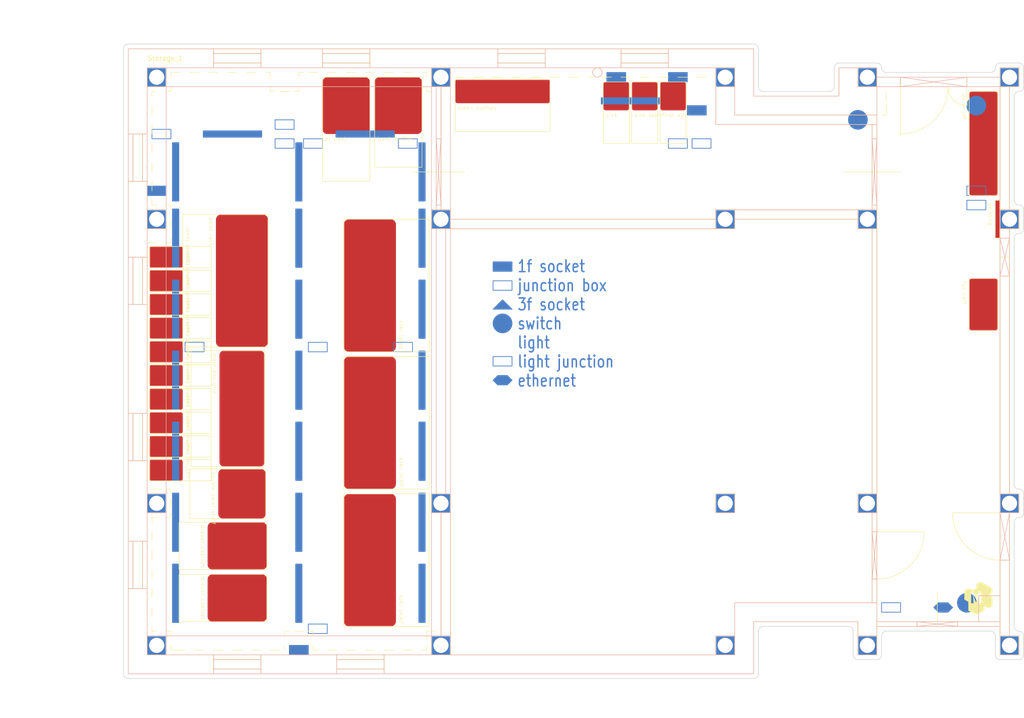
<source format=kicad_pcb>
(kicad_pcb (version 20211014) (generator pcbnew)
  (title_block (rev "5.0"))
  (layers (0 "F.Cu" signal) (1 "In1.Cu" signal "freeway.Cu") (2 "In2.Cu" signal "air.Cu") (3 "In3.Cu" signal "walls.Cu") (4 "In4.Cu" signal "vent.Cu") (31 "B.Cu" signal) (34 "B.Paste" user) (35 "F.Paste" user) (36 "B.SilkS" user "B.Silkscreen") (37 "F.SilkS" user "F.Silkscreen") (38 "B.Mask" user) (39 "F.Mask" user) (44 "Edge.Cuts" user))
  (net 0 "")
  (net 23 "Net-(L1-Pad1)")
  (footprint "-local:_s_cabinet_tower_x10__" (layer "F.Cu") (at 55.5 73.25 90)
    (fp_text reference "R19")
    (fp_text value "cabinet tower" (at 0.5 8 90 unlocked) (layer "F.SilkS") (effects (font (size 0.8 0.8) (thickness 0.08)) (justify left)))
    (pad "1" smd roundrect (at 2.25 3.5 90) (size 4.5 7) (layers "F.Cu" "F.Paste" "F.Mask") (roundrect_rratio 0.1))
  )
  (footprint "-local:_s_mate_box_grid__" (layer "F.Cu") (at 79.75 90.75 -90)
    (fp_text reference "R6")
    (fp_text value "mate box grid" (at 0.5 10.5 -90 unlocked) (layer "F.SilkS") (effects (font (size 0.8 0.8) (thickness 0.08)) (justify left)))
    (pad "1" smd roundrect (at 12.25 4.75 270) (size 24.5 9.5) (layers "F.Cu" "F.Paste" "F.Mask") (roundrect_rratio 0.1))
  )
  (footprint "-local:base_storage" (layer "F.Cu") (at 55 31)
    (fp_text reference "Storage_1" (at 0 -2 unlocked) (layer "F.SilkS") (effects (justify left)))
    (fp_text value "Storage")
    (fp_line (start 148 118) (end 130 118) (layer "Edge.Cuts") (width 0.12))
    (fp_line (start 185 120) (end 185 124) (layer "Edge.Cuts") (width 0.12))
    (fp_line (start 155 120) (end 155 124) (layer "Edge.Cuts") (width 0.12))
    (fp_line (start 154 125) (end 150 125) (layer "Edge.Cuts") (width 0.12))
    (fp_line (start 185 90) (end 185 94) (layer "Edge.Cuts") (width 0.12))
    (fp_line (start 146 -1) (end 154 -1) (layer "Edge.Cuts") (width 0.12))
    (fp_line (start 130 5) (end 144 5) (layer "Edge.Cuts") (width 0.12))
    (fp_line (start 178 119) (end 156 119) (layer "Edge.Cuts") (width 0.12))
    (fp_line (start 185 0) (end 185 4) (layer "Edge.Cuts") (width 0.12))
    (fp_line (start 184 125) (end 180 125) (layer "Edge.Cuts") (width 0.12))
    (fp_line (start 183 36) (end 183 88) (layer "Edge.Cuts") (width 0.12))
    (fp_line (start 129 119) (end 129 128) (layer "Edge.Cuts") (width 0.12))
    (fp_line (start 145 4) (end 145 0) (layer "Edge.Cuts") (width 0.12))
    (fp_line (start 128 129) (end -4 129) (layer "Edge.Cuts") (width 0.12))
    (fp_line (start 179 124) (end 179 120) (layer "Edge.Cuts") (width 0.12))
    (fp_line (start 149 124) (end 149 119) (layer "Edge.Cuts") (width 0.12))
    (fp_line (start -4 -5) (end 128 -5) (layer "Edge.Cuts") (width 0.12))
    (fp_line (start 129 -4) (end 129 4) (layer "Edge.Cuts") (width 0.12))
    (fp_line (start 180 -1) (end 184 -1) (layer "Edge.Cuts") (width 0.12))
    (fp_line (start 156 1) (end 178 1) (layer "Edge.Cuts") (width 0.12))
    (fp_line (start 183 96) (end 183 118) (layer "Edge.Cuts") (width 0.12))
    (fp_line (start 183 6) (end 183 28) (layer "Edge.Cuts") (width 0.12))
    (fp_line (start 185 30) (end 185 34) (layer "Edge.Cuts") (width 0.12))
    (fp_line (start -5 128) (end -5 -4) (layer "Edge.Cuts") (width 0.12))
    (fp_arc (start 185 4) (mid 184.707107 4.707107) (end 184 5) (layer "Edge.Cuts") (width 0.12))
    (fp_arc (start 155 120) (mid 155.292893 119.292893) (end 156 119) (layer "Edge.Cuts") (width 0.12))
    (fp_arc (start 150 125) (mid 149.292893 124.707107) (end 149 124) (layer "Edge.Cuts") (width 0.12))
    (fp_arc (start 128 -5) (mid 128.707107 -4.707107) (end 129 -4) (layer "Edge.Cuts") (width 0.12))
    (fp_arc (start 184 89) (mid 184.707107 89.292893) (end 185 90) (layer "Edge.Cuts") (width 0.12))
    (fp_arc (start 184 29) (mid 183.292893 28.707107) (end 183 28) (layer "Edge.Cuts") (width 0.12))
    (fp_arc (start 183 6) (mid 183.292893 5.292893) (end 184 5) (layer "Edge.Cuts") (width 0.12))
    (fp_arc (start 185 94) (mid 184.707107 94.707107) (end 184 95) (layer "Edge.Cuts") (width 0.12))
    (fp_arc (start 184 29) (mid 184.707107 29.292893) (end 185 30) (layer "Edge.Cuts") (width 0.12))
    (fp_arc (start 145 4) (mid 144.707107 4.707107) (end 144 5) (layer "Edge.Cuts") (width 0.12))
    (fp_arc (start 179 0) (mid 178.707107 0.707107) (end 178 1) (layer "Edge.Cuts") (width 0.12))
    (fp_arc (start 154 -1) (mid 154.707107 -0.707107) (end 155 0) (layer "Edge.Cuts") (width 0.12))
    (fp_arc (start 156 1) (mid 155.292893 0.707107) (end 155 0) (layer "Edge.Cuts") (width 0.12))
    (fp_arc (start 129 119) (mid 129.292893 118.292893) (end 130 118) (layer "Edge.Cuts") (width 0.12))
    (fp_arc (start 184 119) (mid 183.292893 118.707107) (end 183 118) (layer "Edge.Cuts") (width 0.12))
    (fp_arc (start 145 0) (mid 145.292893 -0.707107) (end 146 -1) (layer "Edge.Cuts") (width 0.12))
    (fp_arc (start 180 125) (mid 179.292893 124.707107) (end 179 124) (layer "Edge.Cuts") (width 0.12))
    (fp_arc (start 185 124) (mid 184.707107 124.707107) (end 184 125) (layer "Edge.Cuts") (width 0.12))
    (fp_arc (start 184 89) (mid 183.292893 88.707107) (end 183 88) (layer "Edge.Cuts") (width 0.12))
    (fp_arc (start 183 96) (mid 183.292893 95.292893) (end 184 95) (layer "Edge.Cuts") (width 0.12))
    (fp_arc (start 184 -1) (mid 184.707107 -0.707107) (end 185 0) (layer "Edge.Cuts") (width 0.12))
    (fp_arc (start 148 118) (mid 148.707107 118.292893) (end 149 119) (layer "Edge.Cuts") (width 0.12))
    (fp_arc (start -4 129) (mid -4.707107 128.707107) (end -5 128) (layer "Edge.Cuts") (width 0.12))
    (fp_arc (start 178 119) (mid 178.707107 119.292893) (end 179 120) (layer "Edge.Cuts") (width 0.12))
    (fp_arc (start 155 124) (mid 154.707107 124.707107) (end 154 125) (layer "Edge.Cuts") (width 0.12))
    (fp_arc (start -5 -4) (mid -4.707107 -4.707107) (end -4 -5) (layer "Edge.Cuts") (width 0.12))
    (fp_arc (start 185 34) (mid 184.707107 34.707107) (end 184 35) (layer "Edge.Cuts") (width 0.12))
    (fp_arc (start 130 5) (mid 129.292893 4.707107) (end 129 4) (layer "Edge.Cuts") (width 0.12))
    (fp_arc (start 179 0) (mid 179.292893 -0.707107) (end 180 -1) (layer "Edge.Cuts") (width 0.12))
    (fp_arc (start 183 36) (mid 183.292893 35.292893) (end 184 35) (layer "Edge.Cuts") (width 0.12))
    (fp_arc (start 129 128) (mid 128.707107 128.707107) (end 128 129) (layer "Edge.Cuts") (width 0.12))
    (fp_arc (start 184 119) (mid 184.707107 119.292893) (end 185 120) (layer "Edge.Cuts") (width 0.12))
    (pad "1" thru_hole roundrect locked (at 182 32) (size 4 4) (drill 3.2) (layers *.Mask "F.Cu" "In1.Cu" "B.Cu") (roundrect_rratio 0.05))
    (pad "1" thru_hole roundrect locked (at 152 2) (size 4 4) (drill 3.2) (layers *.Mask "F.Cu" "In1.Cu" "B.Cu") (roundrect_rratio 0.05))
    (pad "1" thru_hole roundrect locked (at 2 122) (size 4 4) (drill 3.2) (layers *.Mask "F.Cu" "In1.Cu" "B.Cu") (roundrect_rratio 0.05))
    (pad "1" thru_hole roundrect locked (at 152 92) (size 4 4) (drill 3.2) (layers *.Mask "F.Cu" "In1.Cu" "B.Cu") (roundrect_rratio 0.05))
    (pad "1" thru_hole roundrect locked (at 182 122) (size 4 4) (drill 3.2) (layers *.Mask "F.Cu" "In1.Cu" "B.Cu") (roundrect_rratio 0.05))
    (pad "1" thru_hole roundrect locked (at 2 32) (size 4 4) (drill 3.2) (layers *.Mask "F.Cu" "In1.Cu" "B.Cu") (roundrect_rratio 0.05))
    (pad "1" thru_hole roundrect locked (at 62 122) (size 4 4) (drill 3.2) (layers *.Mask "F.Cu" "In1.Cu" "B.Cu") (roundrect_rratio 0.05))
    (pad "1" thru_hole roundrect locked (at 152 122) (size 4 4) (drill 3.2) (layers *.Mask "F.Cu" "In1.Cu" "B.Cu") (roundrect_rratio 0.05))
    (pad "1" thru_hole roundrect locked (at 122 122) (size 4 4) (drill 3.2) (layers *.Mask "F.Cu" "In1.Cu" "B.Cu") (roundrect_rratio 0.05))
    (pad "1" thru_hole roundrect locked (at 182 2) (size 4 4) (drill 3.2) (layers *.Mask "F.Cu" "In1.Cu" "B.Cu") (roundrect_rratio 0.05))
    (pad "1" thru_hole roundrect locked (at 2 92) (size 4 4) (drill 3.2) (layers *.Mask "F.Cu" "In1.Cu" "B.Cu") (roundrect_rratio 0.05))
    (pad "1" thru_hole roundrect locked (at 62 2) (size 4 4) (drill 3.2) (layers *.Mask "F.Cu" "In1.Cu" "B.Cu") (roundrect_rratio 0.05))
    (pad "1" thru_hole roundrect locked (at 152 32) (size 4 4) (drill 3.2) (layers *.Mask "F.Cu" "In1.Cu" "B.Cu") (roundrect_rratio 0.05))
    (pad "1" thru_hole roundrect locked (at 122 92) (size 4 4) (drill 3.2) (layers *.Mask "F.Cu" "In1.Cu" "B.Cu") (roundrect_rratio 0.05))
    (pad "1" thru_hole roundrect locked (at 122 2) (size 4 4) (drill 3.2) (layers *.Mask "F.Cu" "In1.Cu" "B.Cu") (roundrect_rratio 0.05))
    (pad "1" thru_hole roundrect locked (at 182 92) (size 4 4) (drill 3.2) (layers *.Mask "F.Cu" "In1.Cu" "B.Cu") (roundrect_rratio 0.05))
    (pad "1" thru_hole roundrect locked (at 62 32) (size 4 4) (drill 3.2) (layers *.Mask "F.Cu" "In1.Cu" "B.Cu") (roundrect_rratio 0.05))
    (pad "1" thru_hole roundrect locked (at 62 92) (size 4 4) (drill 3.2) (layers *.Mask "F.Cu" "In1.Cu" "B.Cu") (roundrect_rratio 0.05))
    (pad "1" thru_hole roundrect locked (at 2 2) (size 4 4) (drill 3.2) (layers *.Cu *.Mask) (roundrect_rratio 0.05))
    (pad "1" thru_hole roundrect locked (at 122 32) (size 4 4) (drill 3.2) (layers *.Mask "F.Cu" "In1.Cu" "B.Cu") (roundrect_rratio 0.05))
  )
  (footprint "-local:_s_fun_cart__" (layer "F.Cu") (at 234.5 75.5 -90)
    (fp_text reference "R26")
    (fp_text value "fun cart" (at 0.5 7 -90 unlocked) (layer "F.SilkS") (effects (font (size 0.8 0.8) (thickness 0.08)) (justify left)))
    (pad "1" smd roundrect (at 5.5 3 270) (size 11 6) (layers "F.Cu" "F.Paste" "F.Mask") (roundrect_rratio 0.1))
  )
  (footprint "-local:_s_sink__" (layer "F.Cu") (at 151.25 34)
    (fp_text reference "R22")
    (fp_text value "sink" (at 0.5 7 unlocked) (layer "F.SilkS") (effects (font (size 0.8 0.8) (thickness 0.08)) (justify left)))
    (pad "1" smd roundrect (at 2.75 3) (size 5.5 6) (layers "F.Cu" "F.Paste" "F.Mask") (roundrect_rratio 0.1))
  )
  (footprint "-local:_s_drawer_cabinet_palet_x2__" (layer "F.Cu") (at 80.25 127 -90)
    (fp_text reference "R8")
    (fp_text value "drawer cabinet" (at 0.5 13.5 -90 unlocked) (layer "F.SilkS") (effects (font (size 0.8 0.8) (thickness 0.08)) (justify left)))
    (pad "1" smd roundrect (at 5 6.25 270) (size 10 12.5) (layers "F.Cu" "F.Paste" "F.Mask") (roundrect_rratio 0.1))
  )
  (footprint "-local:_s_cabinet_tower_x10__" (layer "F.Cu") (at 55.5 98.25 90)
    (fp_text reference "R14")
    (fp_text value "cabinet tower" (at 0.5 8 90 unlocked) (layer "F.SilkS") (effects (font (size 0.8 0.8) (thickness 0.08)) (justify left)))
    (pad "1" smd roundrect (at 2.25 3.5 90) (size 4.5 7) (layers "F.Cu" "F.Paste" "F.Mask") (roundrect_rratio 0.1))
  )
  (footprint "-local:logo_kms_small_silkscreen" (layer "F.Cu") (at 230 143)
    (fp_text reference "G1" hide)
    (fp_text value "LOGO_KMS" hide)
  )
  (footprint "-local:_s_cabinet_tower_x10__" (layer "F.Cu") (at 55.5 78.25 90)
    (fp_text reference "R18")
    (fp_text value "cabinet tower" (at 0.5 8 90 unlocked) (layer "F.SilkS") (effects (font (size 0.8 0.8) (thickness 0.08)) (justify left)))
    (pad "1" smd roundrect (at 2.25 3.5 90) (size 4.5 7) (layers "F.Cu" "F.Paste" "F.Mask") (roundrect_rratio 0.1))
  )
  (footprint "-local:_s_painting__" (layer "F.Cu") (at 235 59 -90)
    (fp_text reference "R27")
    (fp_text value "painting" (at 0.5 2 -90 unlocked) (layer "F.SilkS") (effects (font (size 0.8 0.8) (thickness 0.08)) (justify left)))
    (pad "1" smd roundrect (at 4 0.5 270) (size 8 1) (layers "F.Cu" "F.Paste" "F.Mask") (roundrect_rratio 0.1))
  )
  (footprint "-local:_o_cube_container_x2__" (layer "F.Cu") (at 92 33)
    (fp_text reference "R21")
    (fp_text value "el trash" (at 0.5 13 unlocked) (layer "F.SilkS") (effects (font (size 0.8 0.8) (thickness 0.08)) (justify left)))
    (pad "1" smd roundrect (at 5 6) (size 10 12) (layers "F.Cu" "F.Paste" "F.Mask") (roundrect_rratio 0.1))
  )
  (footprint "-local:_s_drawer_cabinet_palet_x2__" (layer "F.Cu") (at 80.25 138 -90)
    (fp_text reference "R9")
    (fp_text value "drawer cabinet" (at 0.5 13.5 -90 unlocked) (layer "F.SilkS") (effects (font (size 0.8 0.8) (thickness 0.08)) (justify left)))
    (pad "1" smd roundrect (at 5 6.25 270) (size 10 12.5) (layers "F.Cu" "F.Paste" "F.Mask") (roundrect_rratio 0.1))
  )
  (footprint "-local:_s_cabinet_tower_x10__" (layer "F.Cu") (at 55.5 118.25 90)
    (fp_text reference "R10")
    (fp_text value "cabinet tower" (at 0.5 8 90 unlocked) (layer "F.SilkS") (effects (font (size 0.8 0.8) (thickness 0.08)) (justify left)))
    (pad "1" smd roundrect (at 2.25 3.5 90) (size 4.5 7) (layers "F.Cu" "F.Paste" "F.Mask") (roundrect_rratio 0.1))
  )
  (footprint "-local:_s_cabinet_tower_x10__" (layer "F.Cu") (at 55.5 83.25 90)
    (fp_text reference "R17")
    (fp_text value "cabinet tower" (at 0.5 8 90 unlocked) (layer "F.SilkS") (effects (font (size 0.8 0.8) (thickness 0.08)) (justify left)))
    (pad "1" smd roundrect (at 2.25 3.5 90) (size 4.5 7) (layers "F.Cu" "F.Paste" "F.Mask") (roundrect_rratio 0.1))
  )
  (footprint "-local:_s_first_aid__" (layer "F.Cu") (at 163.25 34)
    (fp_text reference "R24")
    (fp_text value "first aid" (at 0.5 7 unlocked) (layer "F.SilkS") (effects (font (size 0.8 0.8) (thickness 0.08)) (justify left)))
    (pad "1" smd roundrect (at 2.75 3) (size 5.5 6) (layers "F.Cu" "F.Paste" "F.Mask") (roundrect_rratio 0.1))
  )
  (footprint "-local:_s_sink_table__" (layer "F.Cu") (at 157.25 34)
    (fp_text reference "R23")
    (fp_text value "sink table" (at 0.5 7 unlocked) (layer "F.SilkS") (effects (font (size 0.8 0.8) (thickness 0.08)) (justify left)))
    (pad "1" smd roundrect (at 2.75 3) (size 5.5 6) (layers "F.Cu" "F.Paste" "F.Mask") (roundrect_rratio 0.1))
  )
  (footprint "-local:_s_pulse_jet__" (layer "F.Cu") (at 234.5 36 -90)
    (fp_text reference "R25")
    (fp_text value "pulse jet" (at 0.5 7 -90 unlocked) (layer "F.SilkS") (effects (font (size 0.8 0.8) (thickness 0.08)) (justify left)))
    (pad "1" smd roundrect (at 11 3 270) (size 22 6) (layers "F.Cu" "F.Paste" "F.Mask") (roundrect_rratio 0.1))
  )
  (footprint "-local:_s_trash_bottles__" (layer "F.Cu") (at 103 33)
    (fp_text reference "R1")
    (fp_text value "trash bottles" (at 0.5 13 unlocked) (layer "F.SilkS") (effects (font (size 0.8 0.8) (thickness 0.08)) (justify left)))
    (pad "1" smd roundrect (at 5 6) (size 10 12) (layers "F.Cu" "F.Paste" "F.Mask") (roundrect_rratio 0.1))
  )
  (footprint "-local:_s_cabinet_tower_x10__" (layer "F.Cu") (at 55.5 88.25 90)
    (fp_text reference "R16")
    (fp_text value "cabinet tower" (at 0.5 8 90 unlocked) (layer "F.SilkS") (effects (font (size 0.8 0.8) (thickness 0.08)) (justify left)))
    (pad "1" smd roundrect (at 2.25 3.5 90) (size 4.5 7) (layers "F.Cu" "F.Paste" "F.Mask") (roundrect_rratio 0.1))
  )
  (footprint "-local:_s_double_shelf_on_palet__" (layer "F.Cu") (at 80 115.75 -90)
    (fp_text reference "R7")
    (fp_text value "double palet shelf" (at 0.5 11 -90 unlocked) (layer "F.SilkS") (effects (font (size 0.8 0.8) (thickness 0.08)) (justify left)))
    (pad "1" smd roundrect (at 5.25 5 270) (size 10.5 10) (layers "F.Cu" "F.Paste" "F.Mask") (roundrect_rratio 0.1))
  )
  (footprint "-local:_s_cabinet_tower_x10__" (layer "F.Cu") (at 55.5 103.25 90)
    (fp_text reference "R13")
    (fp_text value "cabinet tower" (at 0.5 8 90 unlocked) (layer "F.SilkS") (effects (font (size 0.8 0.8) (thickness 0.08)) (justify left)))
    (pad "1" smd roundrect (at 2.25 3.5 90) (size 4.5 7) (layers "F.Cu" "F.Paste" "F.Mask") (roundrect_rratio 0.1))
  )
  (footprint "-local:_s_palet_rack_x4__" (layer "F.Cu") (at 96.5 149 90)
    (fp_text reference "R3")
    (fp_text value "palet rack" (at 0.5 12 90 unlocked) (layer "F.SilkS") (effects (font (size 0.8 0.8) (thickness 0.08)) (justify left)))
    (pad "1" smd roundrect (at 14 5.5 90) (size 28 11) (layers "F.Cu" "F.Paste" "F.Mask") (roundrect_rratio 0.1))
  )
  (footprint "-local:_s_palet_rack_x4__" (layer "F.Cu") (at 96.5 91 90)
    (fp_text reference "R4")
    (fp_text value "palet rack" (at 0.5 12 90 unlocked) (layer "F.SilkS") (effects (font (size 0.8 0.8) (thickness 0.08)) (justify left)))
    (pad "1" smd roundrect (at 14 5.5 90) (size 28 11) (layers "F.Cu" "F.Paste" "F.Mask") (roundrect_rratio 0.1))
  )
  (footprint "-local:_s_clean_clothes__" (layer "F.Cu") (at 120 33.5)
    (fp_text reference "R20")
    (fp_text value "cleen clothes" (at 0.5 6 unlocked) (layer "F.SilkS") (effects (font (size 0.8 0.8) (thickness 0.08)) (justify left)))
    (pad "1" smd roundrect (at 10 2.5) (size 20 5) (layers "F.Cu" "F.Paste" "F.Mask") (roundrect_rratio 0.1))
  )
  (footprint "-local:_s_palet_rack_x4__" (layer "F.Cu") (at 96.5 120 90)
    (fp_text reference "R5")
    (fp_text value "palet rack" (at 0.5 12 90 unlocked) (layer "F.SilkS") (effects (font (size 0.8 0.8) (thickness 0.08)) (justify left)))
    (pad "1" smd roundrect (at 14 5.5 90) (size 28 11) (layers "F.Cu" "F.Paste" "F.Mask") (roundrect_rratio 0.1))
  )
  (footprint "-local:_s_cabinet_tower_x10__" (layer "F.Cu") (at 55.5 108.25 90)
    (fp_text reference "R12")
    (fp_text value "cabinet tower" (at 0.5 8 90 unlocked) (layer "F.SilkS") (effects (font (size 0.8 0.8) (thickness 0.08)) (justify left)))
    (pad "1" smd roundrect (at 2.25 3.5 90) (size 4.5 7) (layers "F.Cu" "F.Paste" "F.Mask") (roundrect_rratio 0.1))
  )
  (footprint "-local:_s_palet_rack_x4__" (layer "F.Cu") (at 80.5 62 -90)
    (fp_text reference "R2")
    (fp_text value "palet rack" (at 0.5 12 -90 unlocked) (layer "F.SilkS") (effects (font (size 0.8 0.8) (thickness 0.08)) (justify left)))
    (pad "1" smd roundrect (at 14 5.5 270) (size 28 11) (layers "F.Cu" "F.Paste" "F.Mask") (roundrect_rratio 0.1))
  )
  (footprint "-local:_s_cabinet_tower_x10__" (layer "F.Cu") (at 55.5 113.25 90)
    (fp_text reference "R11")
    (fp_text value "cabinet tower" (at 0.5 8 90 unlocked) (layer "F.SilkS") (effects (font (size 0.8 0.8) (thickness 0.08)) (justify left)))
    (pad "1" smd roundrect (at 2.25 3.5 90) (size 4.5 7) (layers "F.Cu" "F.Paste" "F.Mask") (roundrect_rratio 0.1))
  )
  (footprint "-local:_s_cabinet_tower_x10__" (layer "F.Cu") (at 55.5 93.25 90)
    (fp_text reference "R15")
    (fp_text value "cabinet tower" (at 0.5 8 90 unlocked) (layer "F.SilkS") (effects (font (size 0.8 0.8) (thickness 0.08)) (justify left)))
    (pad "1" smd roundrect (at 2.25 3.5 90) (size 4.5 7) (layers "F.Cu" "F.Paste" "F.Mask") (roundrect_rratio 0.1))
  )
  (footprint "-local:light_long" (layer "B.Cu") (at 73 45 180)
    (fp_text reference "L8")
    (fp_text value "light")
    (pad "1" smd roundrect (at 0 0 180) (size 12.5 1.5) (layers "B.Cu" "B.Paste" "B.Mask") (roundrect_rratio 0.1) (net 23 "Net-(L1-Pad1)"))
  )
  (footprint "-local:light_long" (layer "B.Cu") (at 101 45 180)
    (fp_text reference "L23")
    (fp_text value "light")
    (pad "1" smd roundrect (at 0 0 180) (size 12.5 1.5) (layers "B.Cu" "B.Paste" "B.Mask") (roundrect_rratio 0.1) (net 23 "Net-(L1-Pad1)"))
  )
  (footprint "-local:light_long" (layer "B.Cu") (at 61 127 90)
    (fp_text reference "L2")
    (fp_text value "light")
    (pad "1" smd roundrect (at 0 0 90) (size 12.5 1.5) (layers "B.Cu" "B.Paste" "B.Mask") (roundrect_rratio 0.1) (net 23 "Net-(L1-Pad1)"))
  )
  (footprint "-local:light_long" (layer "B.Cu") (at 113 142 -90)
    (fp_text reference "L16")
    (fp_text value "light")
    (pad "1" smd roundrect (at 0 0 270) (size 12.5 1.5) (layers "B.Cu" "B.Paste" "B.Mask") (roundrect_rratio 0.1) (net 23 "Net-(L1-Pad1)"))
  )
  (footprint "-local:light_long" (layer "B.Cu") (at 61 142 -90)
    (fp_text reference "L1")
    (fp_text value "light")
    (pad "1" smd roundrect (at 0 0 270) (size 12.5 1.5) (layers "B.Cu" "B.Paste" "B.Mask") (roundrect_rratio 0.1) (net 23 "Net-(L1-Pad1)"))
  )
  (footprint "-local:light_long" (layer "B.Cu") (at 61 112 -90)
    (fp_text reference "L3")
    (fp_text value "light")
    (pad "1" smd roundrect (at 0 0 270) (size 12.5 1.5) (layers "B.Cu" "B.Paste" "B.Mask") (roundrect_rratio 0.1) (net 23 "Net-(L1-Pad1)"))
  )
  (footprint "-local:light_long" (layer "B.Cu") (at 87 82 -90)
    (fp_text reference "L13")
    (fp_text value "light")
    (pad "1" smd roundrect (at 0 0 270) (size 12.5 1.5) (layers "B.Cu" "B.Paste" "B.Mask") (roundrect_rratio 0.1) (net 23 "Net-(L1-Pad1)"))
  )
  (footprint "-local:light_long" (layer "B.Cu") (at 61 67 -90)
    (fp_text reference "L6")
    (fp_text value "light")
    (pad "1" smd roundrect (at 0 0 270) (size 12.5 1.5) (layers "B.Cu" "B.Paste" "B.Mask") (roundrect_rratio 0.1) (net 23 "Net-(L1-Pad1)"))
  )
  (footprint "-local:light_long" (layer "B.Cu") (at 113 53 -90)
    (fp_text reference "L22")
    (fp_text value "light")
    (pad "1" smd roundrect (at 0 0 270) (size 12.5 1.5) (layers "B.Cu" "B.Paste" "B.Mask") (roundrect_rratio 0.1) (net 23 "Net-(L1-Pad1)"))
  )
  (footprint "-local:light_long" (layer "B.Cu") (at 61 53 -90)
    (fp_text reference "L7")
    (fp_text value "light")
    (pad "1" smd roundrect (at 0 0 270) (size 12.5 1.5) (layers "B.Cu" "B.Paste" "B.Mask") (roundrect_rratio 0.1) (net 23 "Net-(L1-Pad1)"))
  )
  (footprint "-local:light_long" (layer "B.Cu") (at 87 142 -90)
    (fp_text reference "L9")
    (fp_text value "light")
    (pad "1" smd roundrect (at 0 0 270) (size 12.5 1.5) (layers "B.Cu" "B.Paste" "B.Mask") (roundrect_rratio 0.1) (net 23 "Net-(L1-Pad1)"))
  )
  (footprint "-local:light_long" (layer "B.Cu") (at 113 82 -90)
    (fp_text reference "L20")
    (fp_text value "light")
    (pad "1" smd roundrect (at 0 0 270) (size 12.5 1.5) (layers "B.Cu" "B.Paste" "B.Mask") (roundrect_rratio 0.1) (net 23 "Net-(L1-Pad1)"))
  )
  (footprint "-local:light_long" (layer "B.Cu") (at 87 67 -90)
    (fp_text reference "L14")
    (fp_text value "light")
    (pad "1" smd roundrect (at 0 0 270) (size 12.5 1.5) (layers "B.Cu" "B.Paste" "B.Mask") (roundrect_rratio 0.1) (net 23 "Net-(L1-Pad1)"))
  )
  (footprint "-local:light_long" (layer "B.Cu") (at 113 67 -90)
    (fp_text reference "L21")
    (fp_text value "light")
    (pad "1" smd roundrect (at 0 0 270) (size 12.5 1.5) (layers "B.Cu" "B.Paste" "B.Mask") (roundrect_rratio 0.1) (net 23 "Net-(L1-Pad1)"))
  )
  (footprint "-local:light_long" (layer "B.Cu") (at 87 127 -90)
    (fp_text reference "L10")
    (fp_text value "light")
    (pad "1" smd roundrect (at 0 0 270) (size 12.5 1.5) (layers "B.Cu" "B.Paste" "B.Mask") (roundrect_rratio 0.1) (net 23 "Net-(L1-Pad1)"))
  )
  (footprint "-local:light_long" (layer "B.Cu") (at 61 82 -90)
    (fp_text reference "L5")
    (fp_text value "light")
    (pad "1" smd roundrect (at 0 0 270) (size 12.5 1.5) (layers "B.Cu" "B.Paste" "B.Mask") (roundrect_rratio 0.1) (net 23 "Net-(L1-Pad1)"))
  )
  (footprint "-local:light_long" (layer "B.Cu") (at 113 127 -90)
    (fp_text reference "L17")
    (fp_text value "light")
    (pad "1" smd roundrect (at 0 0 270) (size 12.5 1.5) (layers "B.Cu" "B.Paste" "B.Mask") (roundrect_rratio 0.1) (net 23 "Net-(L1-Pad1)"))
  )
  (footprint "-local:light_long" (layer "B.Cu") (at 157 38 180)
    (fp_text reference "L24")
    (fp_text value "light")
    (pad "1" smd roundrect (at 0 0 180) (size 12.5 1.5) (layers "B.Cu" "B.Paste" "B.Mask") (roundrect_rratio 0.1) (net 23 "Net-(L1-Pad1)"))
  )
  (footprint "-local:light_long" (layer "B.Cu") (at 113 97 -90)
    (fp_text reference "L19")
    (fp_text value "light")
    (pad "1" smd roundrect (at 0 0 270) (size 12.5 1.5) (layers "B.Cu" "B.Paste" "B.Mask") (roundrect_rratio 0.1) (net 23 "Net-(L1-Pad1)"))
  )
  (footprint "-local:light_long" (layer "B.Cu") (at 87 112 -90)
    (fp_text reference "L11")
    (fp_text value "light")
    (pad "1" smd roundrect (at 0 0 270) (size 12.5 1.5) (layers "B.Cu" "B.Paste" "B.Mask") (roundrect_rratio 0.1) (net 23 "Net-(L1-Pad1)"))
  )
  (footprint "-local:light_long" (layer "B.Cu") (at 113 112 -90)
    (fp_text reference "L18")
    (fp_text value "light")
    (pad "1" smd roundrect (at 0 0 270) (size 12.5 1.5) (layers "B.Cu" "B.Paste" "B.Mask") (roundrect_rratio 0.1) (net 23 "Net-(L1-Pad1)"))
  )
  (footprint "-local:light_long" (layer "B.Cu") (at 87 97 -90)
    (fp_text reference "L12")
    (fp_text value "light")
    (pad "1" smd roundrect (at 0 0 270) (size 12.5 1.5) (layers "B.Cu" "B.Paste" "B.Mask") (roundrect_rratio 0.1) (net 23 "Net-(L1-Pad1)"))
  )
  (footprint "-local:light_long" (layer "B.Cu") (at 87 53 -90)
    (fp_text reference "L15")
    (fp_text value "light")
    (pad "1" smd roundrect (at 0 0 270) (size 12.5 1.5) (layers "B.Cu" "B.Paste" "B.Mask") (roundrect_rratio 0.1) (net 23 "Net-(L1-Pad1)"))
  )
  (footprint "-local:light_long" (layer "B.Cu") (at 61 97 -90)
    (fp_text reference "L4")
    (fp_text value "light")
    (pad "1" smd roundrect (at 0 0 270) (size 12.5 1.5) (layers "B.Cu" "B.Paste" "B.Mask") (roundrect_rratio 0.1) (net 23 "Net-(L1-Pad1)"))
  )
  (gr_rect (start 89 150.5) (end 93 148.5) (layer "B.Cu") (width 0.15) (fill none))
  (gr_rect (start 89 91) (end 93 89) (layer "B.Cu") (width 0.15) (fill none))
  (gr_rect (start 108 48) (end 112 46) (layer "B.Cu") (width 0.15) (fill none))
  (gr_rect (start 128 94) (end 132 92) (layer "B.Cu") (width 0.15) (fill none))
  (gr_rect (start 56 46) (end 60 44) (layer "B.Cu") (width 0.15) (fill none))
  (gr_rect (start 152 32) (end 156 34) (layer "B.Cu") (width 0.15) (fill solid))
  (gr_rect (start 170 48) (end 174 46) (layer "B.Cu") (width 0.15) (fill none))
  (gr_rect (start 107 91) (end 111 89) (layer "B.Cu") (width 0.15) (fill none))
  (gr_rect (start 85 153) (end 89 155) (layer "B.Cu") (width 0.15) (fill solid))
  (gr_rect (start 82 48) (end 86 46) (layer "B.Cu") (width 0.15) (fill none))
  (gr_poly (pts (xy 132 97) (xy 131 98) (xy 129 98) (xy 128 97) (xy 129 96) (xy 131 96)) (layer "B.Cu") (width 0.15) (fill solid))
  (gr_rect (start 210 146) (end 214 144) (layer "B.Cu") (width 0.15) (fill none))
  (gr_rect (start 169 39) (end 173 41) (layer "B.Cu") (width 0.15) (fill solid))
  (gr_rect (start 228 61) (end 232 59) (layer "B.Cu") (width 0.15) (fill none))
  (gr_rect (start 63 91) (end 67 89) (layer "B.Cu") (width 0.15) (fill none))
  (gr_circle (center 130 85) (end 132 85) (layer "B.Cu") (width 0.15) (fill solid))
  (gr_rect (start 228 58) (end 232 56) (layer "B.Cu") (width 0.15) (fill none))
  (gr_poly (pts (xy 132 82) (xy 128 82) (xy 130 80)) (layer "B.Cu") (width 0.15) (fill solid))
  (gr_rect (start 88 48) (end 92 46) (layer "B.Cu") (width 0.15) (fill none))
  (gr_poly (pts (xy 225 145) (xy 224 146) (xy 222 146) (xy 221 145) (xy 222 144) (xy 224 144)) (layer "B.Cu") (width 0.15) (fill solid))
  (gr_circle (center 205 42) (end 207 42) (layer "B.Cu") (width 0.15) (fill solid))
  (gr_rect (start 82 44) (end 86 42) (layer "B.Cu") (width 0.15) (fill none))
  (gr_rect (start 128 72) (end 132 74) (layer "B.Cu") (width 0.15) (fill solid))
  (gr_rect (start 165 48) (end 169 46) (layer "B.Cu") (width 0.15) (fill none))
  (gr_circle (center 230 39) (end 232 39) (layer "B.Cu") (width 0.15) (fill solid))
  (gr_circle (center 228 144) (end 230 144) (layer "B.Cu") (width 0.15) (fill solid))
  (gr_rect (start 55 56) (end 59 58) (layer "B.Cu") (width 0.15) (fill solid))
  (gr_rect (start 165 32) (end 169 34) (layer "B.Cu") (width 0.15) (fill solid))
  (gr_rect (start 128 78) (end 132 76) (layer "B.Cu") (width 0.15) (fill none))
  (gr_text "1f socket\njunction box\n3f socket\nswitch\nlight\nlight junction\nethernet\n" (at 133 85) (layer "B.Cu") (effects (font (size 2.5 2) (thickness 0.3)) (justify left)))
)
</source>
